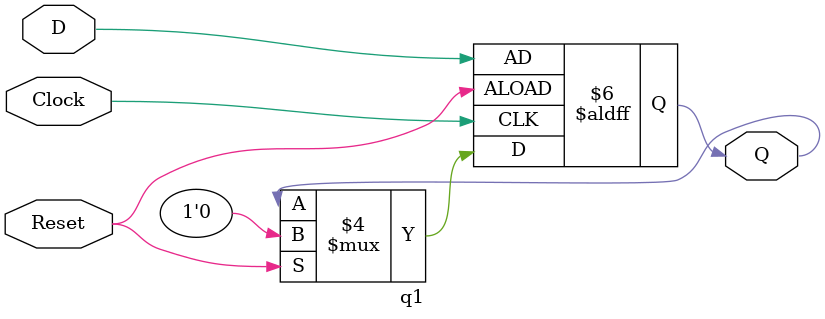
<source format=v>
module q1(D,Reset,Clock,Q);
input D,Reset,Clock;
output reg Q;
always @(posedge Clock or negedge Reset)
if (Reset==0) Q<=D;
else if (Reset==1) Q<=0;
endmodule

</source>
